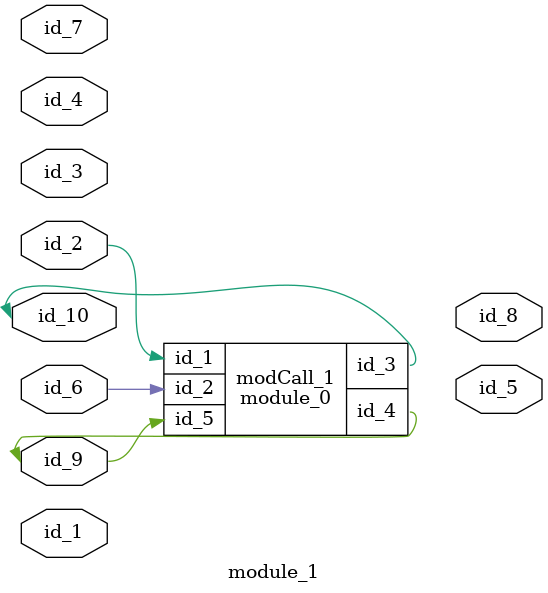
<source format=v>
module module_0 (
    id_1,
    id_2,
    id_3,
    id_4,
    id_5
);
  input wire id_5;
  inout wire id_4;
  inout wire id_3;
  input wire id_2;
  input wire id_1;
  supply0 id_6;
  assign id_6 = 1'd0;
endmodule
module module_1 (
    id_1,
    id_2,
    id_3,
    id_4,
    id_5,
    id_6,
    id_7,
    id_8,
    id_9,
    id_10
);
  inout wire id_10;
  inout wire id_9;
  output wire id_8;
  inout wire id_7;
  input wire id_6;
  output wire id_5;
  module_0 modCall_1 (
      id_2,
      id_6,
      id_10,
      id_9,
      id_9
  );
  inout wire id_4;
  input wire id_3;
  input wire id_2;
  input wire id_1;
endmodule

</source>
